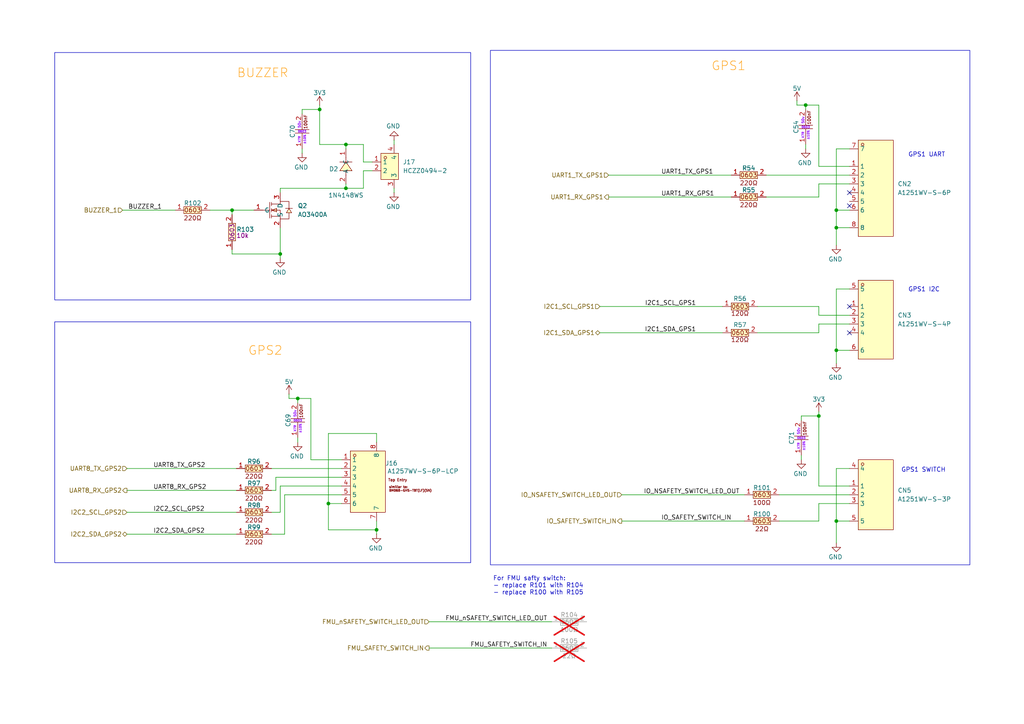
<source format=kicad_sch>
(kicad_sch (version 20250114) (generator "eeschema") (generator_version "9.0")
  (paper "A4")
  (lib_symbols
    (symbol "easyeda2kicad:0603WAF1002T5E" (pin_names (hide yes))
      (property "Reference" "R" (at 0 5.08 0))
      (property "Value" "0603WAF1002T5E" (at 0 -5.08 0))
      (symbol "0603WAF1002T5E_0_1"
        (rectangle (start -2.54 1.02) (end 2.54 -1.02) (fill (type background)))
        (pin input line (at -5.08 0 0) (length 2.54) (name "1") (number "1"))
        (pin input line (at 5.08 0 180) (length 2.54) (name "2") (number "2"))
      )
    )
    (symbol "lampelKicadLIB:0603WAF1000T5E (100ohm , 0603)"
      (property "Reference" "R" (at 0 2.032 0))
      (symbol "0603WAF1000T5E (100ohm , 0603)_0_1"
        (rectangle (start -2.54 1.02) (end 2.54 -1.02) (fill (type background)))
        (pin input line (at -5.08 0 0) (length 2.54) (name "") (number "1"))
        (pin input line (at 5.08 0 180) (length 2.54) (name "") (number "2"))
      )
      (symbol "0603WAF1000T5E (100ohm , 0603)_1_1"
        (text "0603" (at 0 0 0) (effects (font (size 1.27 1.27))))
        (text "100Ω" (at 0 -2.286 0) (effects (font (size 1.27 1.27))))
      )
    )
    (symbol "lampelKicadLIB:0603WAF1200T5E (120ohm,0603)"
      (property "Reference" "R" (at 0 2.286 0))
      (symbol "0603WAF1200T5E (120ohm,0603)_0_1"
        (rectangle (start -2.54 1.02) (end 2.54 -1.02) (fill (type background)))
        (pin input line (at -5.08 0 0) (length 2.54) (name "") (number "1"))
        (pin input line (at 5.08 0 180) (length 2.54) (name "") (number "2"))
      )
      (symbol "0603WAF1200T5E (120ohm,0603)_1_1"
        (text "0603" (at 0 0 0) (effects (font (size 1.27 1.27))))
        (text "120Ω" (at 0 -2.032 0) (effects (font (size 1.27 1.27))))
      )
    )
    (symbol "lampelKicadLIB:0603WAF2200T5E (220ohm  , 0603)"
      (property "Reference" "R" (at 0 2.032 0))
      (symbol "0603WAF2200T5E (220ohm  , 0603)_0_1"
        (rectangle (start -2.54 1.02) (end 2.54 -1.02) (fill (type background)))
        (pin input line (at -5.08 0 0) (length 2.54) (name "") (number "1"))
        (pin input line (at 5.08 0 180) (length 2.54) (name "") (number "2"))
      )
      (symbol "0603WAF2200T5E (220ohm  , 0603)_1_1"
        (text "0603" (at 0 0 0) (effects (font (size 1.27 1.27))))
        (text "220Ω" (at 0 -2.286 0) (effects (font (size 1.27 1.27))))
      )
    )
    (symbol "lampelKicadLIB:0603WAF220JT5E (22ohm , 0603)"
      (property "Reference" "R" (at 0 2.032 0))
      (symbol "0603WAF220JT5E (22ohm , 0603)_0_1"
        (rectangle (start -2.54 1.02) (end 2.54 -1.02) (fill (type background)))
        (pin input line (at -5.08 0 0) (length 2.54) (name "") (number "1"))
        (pin input line (at 5.08 0 180) (length 2.54) (name "") (number "2"))
      )
      (symbol "0603WAF220JT5E (22ohm , 0603)_1_1"
        (text "0603" (at 0 0 0) (effects (font (size 1.27 1.27))))
        (text "22Ω" (at 0 -2.286 0) (effects (font (size 1.27 1.27))))
      )
    )
    (symbol "lampelKicadLIB:1N4148WS_C917117"
      (property "Reference" "D" (at 0 5.08 0))
      (property "Value" "1N4148WS_C917117" (at 0 -5.08 0))
      (symbol "1N4148WS_C917117_0_1"
        (polyline (pts (xy -1.27 1.78) (xy -1.27 -1.78)))
        (polyline (pts (xy -1.27 0) (xy -2.54 0)))
        (polyline (pts (xy 1.27 1.78) (xy -1.27 0) (xy 1.27 -1.78) (xy 1.27 1.78)) (fill (type background)))
        (polyline (pts (xy 2.54 0) (xy 1.27 0)))
        (pin unspecified line (at -5.08 0 0) (length 2.54) (name "C") (number "1"))
        (pin unspecified line (at 5.08 0 180) (length 2.54) (name "A") (number "2"))
      )
    )
    (symbol "lampelKicadLIB:A1251WV-S-3P"
      (property "Reference" "CN" (at 0 12.7 0))
      (property "Value" "A1251WV-S-3P" (at 0 -12.7 0))
      (symbol "A1251WV-S-3P_0_1"
        (rectangle (start -3.81 10.16) (end 6.35 -10.16) (fill (type background)))
        (circle (center -2.54 8.89) (radius 0.38))
        (pin unspecified line (at -6.35 7.62 0) (length 2.54) (name "4") (number "4"))
        (pin unspecified line (at -6.35 2.54 0) (length 2.54) (name "1") (number "1"))
        (pin unspecified line (at -6.35 0 0) (length 2.54) (name "2") (number "2"))
        (pin unspecified line (at -6.35 -2.54 0) (length 2.54) (name "3") (number "3"))
        (pin unspecified line (at -6.35 -7.62 0) (length 2.54) (name "5") (number "5"))
      )
    )
    (symbol "lampelKicadLIB:A1251WV-S-4P"
      (property "Reference" "CN" (at 0 13.97 0))
      (property "Value" "A1251WV-S-4P" (at 0 -13.97 0))
      (symbol "A1251WV-S-4P_0_1"
        (rectangle (start -3.81 11.43) (end 6.35 -11.43) (fill (type background)))
        (circle (center -2.54 10.16) (radius 0.38))
        (pin unspecified line (at -6.35 8.89 0) (length 2.54) (name "5") (number "5"))
        (pin unspecified line (at -6.35 3.81 0) (length 2.54) (name "1") (number "1"))
        (pin unspecified line (at -6.35 1.27 0) (length 2.54) (name "2") (number "2"))
        (pin unspecified line (at -6.35 -1.27 0) (length 2.54) (name "3") (number "3"))
        (pin unspecified line (at -6.35 -3.81 0) (length 2.54) (name "4") (number "4"))
        (pin unspecified line (at -6.35 -8.89 0) (length 2.54) (name "6") (number "6"))
      )
    )
    (symbol "lampelKicadLIB:A1251WV-S-6P"
      (property "Reference" "CN" (at 0 16.51 0))
      (property "Value" "A1251WV-S-6P" (at 0 -16.51 0))
      (symbol "A1251WV-S-6P_0_1"
        (rectangle (start -3.81 13.97) (end 6.35 -13.97) (fill (type background)))
        (circle (center -2.54 12.7) (radius 0.38))
        (pin unspecified line (at -6.35 11.43 0) (length 2.54) (name "7") (number "7"))
        (pin unspecified line (at -6.35 6.35 0) (length 2.54) (name "1") (number "1"))
        (pin unspecified line (at -6.35 3.81 0) (length 2.54) (name "2") (number "2"))
        (pin unspecified line (at -6.35 1.27 0) (length 2.54) (name "3") (number "3"))
        (pin unspecified line (at -6.35 -1.27 0) (length 2.54) (name "4") (number "4"))
        (pin unspecified line (at -6.35 -3.81 0) (length 2.54) (name "5") (number "5"))
        (pin unspecified line (at -6.35 -6.35 0) (length 2.54) (name "6") (number "6"))
        (pin unspecified line (at -6.35 -11.43 0) (length 2.54) (name "8") (number "8"))
      )
    )
    (symbol "lampelKicadLIB:A1257WV-S-6P-LCP"
      (property "Reference" "J" (at 8.128 5.334 0))
      (property "Value" "A1257WV-S-6P-LCP" (at 17.272 3.048 0))
      (symbol "A1257WV-S-6P-LCP_0_1"
        (rectangle (start -3.81 8.89) (end 6.35 -8.89) (fill (type background)))
        (circle (center -2.54 7.62) (radius 0.38))
        (pin unspecified line (at -6.35 6.35 0) (length 2.54) (name "1") (number "1"))
        (pin unspecified line (at -6.35 3.81 0) (length 2.54) (name "2") (number "2"))
        (pin unspecified line (at -6.35 1.27 0) (length 2.54) (name "3") (number "3"))
        (pin unspecified line (at -6.35 -1.27 0) (length 2.54) (name "4") (number "4"))
        (pin unspecified line (at -6.35 -3.81 0) (length 2.54) (name "5") (number "5"))
        (pin unspecified line (at -6.35 -6.35 0) (length 2.54) (name "6") (number "6"))
        (pin unspecified line (at 3.81 11.43 270) (length 2.54) (name "8") (number "8"))
        (pin unspecified line (at 3.81 -11.43 90) (length 2.54) (name "7") (number "7"))
      )
      (symbol "A1257WV-S-6P-LCP_1_1"
        (text "Top Entry" (at 7.112 0.508 0) (effects (font (size 0.762 0.762)) (justify left)))
        (text "similiar to:\nBM06B-GHS-TBT(LF)(SN)" (at 7.366 -2.032 0) (effects (font (size 0.635 0.635)) (justify left)))
      )
    )
    (symbol "lampelKicadLIB:AO3400A"
      (property "Reference" "Q" (at 0 10.16 0))
      (property "Value" "AO3400A" (at 0 -10.16 0))
      (symbol "AO3400A_0_1"
        (polyline (pts (xy -2.54 0) (xy -0.51 0)))
        (polyline (pts (xy -0.51 2.29) (xy -0.51 -2.29)))
        (polyline (pts (xy 0 2.29) (xy 0 1.27)))
        (polyline (pts (xy 0 1.78) (xy 2.54 1.78) (xy 2.54 2.54) (xy 5.08 2.54) (xy 5.08 0.51)))
        (polyline (pts (xy 0 0) (xy 1.52 -0.51) (xy 1.52 0.51) (xy 0 0)) (fill (type background)))
        (polyline (pts (xy 0 0) (xy 2.54 0) (xy 2.54 -2.54) (xy 5.08 -2.54) (xy 5.08 -0.76)))
        (polyline (pts (xy 0 -0.51) (xy 0 0.51)))
        (polyline (pts (xy 0 -2.29) (xy 0 -1.27)))
        (polyline (pts (xy 2.54 -1.78) (xy 0 -1.78)))
        (polyline (pts (xy 5.08 0.51) (xy 4.32 -0.76) (xy 5.84 -0.76) (xy 5.08 0.51)) (fill (type background)))
        (polyline (pts (xy 6.1 0.51) (xy 5.59 0.51) (xy 4.57 0.51) (xy 4.06 0.51)))
        (pin unspecified line (at -5.08 0 0) (length 2.54) (name "G") (number "1"))
        (pin unspecified line (at 2.54 5.08 270) (length 2.54) (name "D") (number "3"))
        (pin unspecified line (at 2.54 -5.08 90) (length 2.54) (name "S") (number "2"))
      )
    )
    (symbol "lampelKicadLIB:CC0603KRX7R9BB104 (100nf , 0603 ,50v ,X7R)"
      (property "Reference" "C" (at 0 2.794 0))
      (symbol "CC0603KRX7R9BB104 (100nf , 0603 ,50v ,X7R)_0_1"
        (polyline (pts (xy -0.51 0) (xy -2.54 0)))
        (polyline (pts (xy -0.51 -2.03) (xy -0.51 2.03)))
        (polyline (pts (xy 0.51 2.03) (xy 0.51 -2.03)))
        (polyline (pts (xy 2.54 0) (xy 0.51 0)))
        (pin unspecified line (at -5.08 0 0) (length 2.54) (name "") (number "1"))
        (pin unspecified line (at 5.08 0 180) (length 2.54) (name "") (number "2"))
      )
      (symbol "CC0603KRX7R9BB104 (100nf , 0603 ,50v ,X7R)_1_1"
        (text "X7R" (at -2.286 0.762 0) (effects (font (size 0.635 0.635))))
        (text "±10%" (at -2.286 -0.762 0) (effects (font (size 0.635 0.635))))
        (text "0603" (at 0 0 900) (effects (font (size 0.635 0.635))))
        (text "50v" (at 2.032 0.762 0) (effects (font (size 0.762 0.762))))
        (text "100nF" (at 2.794 -1.016 0) (effects (font (size 0.889 0.889))))
      )
    )
    (symbol "lampelKicadLIB:HCZZ0494-2"
      (property "Reference" "U" (at 0 11.43 0))
      (property "Value" "HCZZ0494-2" (at 0 -11.43 0))
      (symbol "HCZZ0494-2_0_1"
        (rectangle (start -2.54 3.81) (end 2.54 -3.81) (fill (type background)))
        (circle (center -1.27 2.54) (radius 0.38))
        (pin unspecified line (at -5.08 1.27 0) (length 2.54) (name "1") (number "1"))
        (pin unspecified line (at -5.08 -1.27 0) (length 2.54) (name "2") (number "2"))
        (pin unspecified line (at 1.27 6.35 270) (length 2.54) (name "4") (number "4"))
        (pin unspecified line (at 1.27 -6.35 90) (length 2.54) (name "3") (number "3"))
      )
    )
    (symbol "power:GND" (power) (pin_numbers (hide yes)) (pin_names (offset 0) (hide yes))
      (property "Value" "GND" (at 0 -3.81 0))
      (symbol "GND_0_1"
        (polyline (pts (xy 0 0) (xy 0 -1.27) (xy 1.27 -1.27) (xy 0 -2.54) (xy -1.27 -1.27) (xy 0 -1.27)))
      )
      (symbol "GND_1_1"
        (pin power_in line (at 0 0 270) (length 0) (name "~") (number "1"))
      )
    )
    (symbol "power:VDD" (power) (pin_numbers (hide yes)) (pin_names (offset 0) (hide yes))
      (property "Value" "VDD" (at 0 3.556 0))
      (symbol "VDD_0_1"
        (polyline (pts (xy -0.762 1.27) (xy 0 2.54)))
        (polyline (pts (xy 0 2.54) (xy 0.762 1.27)))
        (polyline (pts (xy 0 0) (xy 0 2.54)))
      )
      (symbol "VDD_1_1"
        (pin power_in line (at 0 0 90) (length 0) (name "~") (number "1"))
      )
    )
  )
  (rectangle (start 142.24 14.605) (end 281.305 163.83))
  (rectangle (start 15.875 15.24) (end 136.525 86.995))
  (rectangle (start 15.875 93.345) (end 136.525 163.195))
  (text "For FMU safty switch:\n- replace R101 with R104\n- replace R100 with R105" (at 143.002 169.926 0) (effects (font (size 1.27 1.27)) (justify left)))
  (text "GPS1" (at 211.328 19.304 0) (effects (font (size 2.54 2.54))))
  (text "BUZZER" (at 76.2 21.336 0) (effects (font (size 2.54 2.54))))
  (text "GPS2" (at 76.962 101.854 0) (effects (font (size 2.54 2.54))))
  (text "GPS1 UART" (at 263.398 44.958 0) (effects (font (size 1.27 1.27)) (justify left)))
  (text "GPS1 I2C" (at 263.398 84.074 0) (effects (font (size 1.27 1.27)) (justify left)))
  (text "GPS1 SWITCH" (at 261.366 136.398 0) (effects (font (size 1.27 1.27)) (justify left)))
  (junction (at 242.57 101.6))
  (junction (at 100.33 54.61))
  (junction (at 81.28 73.66))
  (junction (at 242.57 151.13))
  (junction (at 233.68 30.48))
  (junction (at 237.49 120.65))
  (junction (at 92.71 31.75))
  (junction (at 86.36 115.57))
  (junction (at 67.31 60.96))
  (junction (at 242.57 66.04))
  (junction (at 242.57 60.96))
  (junction (at 100.33 41.91))
  (junction (at 95.25 146.05))
  (junction (at 109.22 153.67))
  (no_connect (at 246.38 55.88))
  (no_connect (at 246.38 96.52))
  (no_connect (at 246.38 88.9))
  (no_connect (at 246.38 59.69))
  (wire (pts (xy 231.14 30.48) (xy 233.68 30.48)))
  (wire (pts (xy 237.49 146.05) (xy 237.49 151.13)))
  (wire (pts (xy 60.96 60.96) (xy 67.31 60.96)))
  (wire (pts (xy 109.22 128.27) (xy 109.22 125.73)))
  (wire (pts (xy 246.38 151.13) (xy 242.57 151.13)))
  (wire (pts (xy 242.57 105.41) (xy 242.57 101.6)))
  (wire (pts (xy 35.56 60.96) (xy 50.8 60.96)))
  (wire (pts (xy 67.31 73.66) (xy 81.28 73.66)))
  (wire (pts (xy 80.01 142.24) (xy 78.74 142.24)))
  (wire (pts (xy 90.17 115.57) (xy 90.17 133.35)))
  (wire (pts (xy 100.33 41.91) (xy 100.33 43.18)))
  (wire (pts (xy 95.25 153.67) (xy 109.22 153.67)))
  (wire (pts (xy 105.41 41.91) (xy 105.41 46.99)))
  (wire (pts (xy 36.83 135.89) (xy 68.58 135.89)))
  (wire (pts (xy 81.28 74.93) (xy 81.28 73.66)))
  (wire (pts (xy 82.55 154.94) (xy 82.55 143.51)))
  (wire (pts (xy 233.68 30.48) (xy 233.68 31.75)))
  (wire (pts (xy 109.22 151.13) (xy 109.22 153.67)))
  (wire (pts (xy 109.22 153.67) (xy 109.22 154.94)))
  (wire (pts (xy 105.41 49.53) (xy 107.95 49.53)))
  (wire (pts (xy 92.71 41.91) (xy 100.33 41.91)))
  (wire (pts (xy 237.49 30.48) (xy 237.49 48.26)))
  (wire (pts (xy 80.01 138.43) (xy 99.06 138.43)))
  (wire (pts (xy 237.49 53.34) (xy 246.38 53.34)))
  (wire (pts (xy 80.01 138.43) (xy 80.01 142.24)))
  (wire (pts (xy 114.3 55.88) (xy 114.3 54.61)))
  (wire (pts (xy 114.3 40.64) (xy 114.3 41.91)))
  (wire (pts (xy 237.49 91.44) (xy 246.38 91.44)))
  (wire (pts (xy 233.68 41.91) (xy 233.68 43.18)))
  (wire (pts (xy 237.49 93.98) (xy 246.38 93.98)))
  (wire (pts (xy 219.71 96.52) (xy 237.49 96.52)))
  (wire (pts (xy 100.33 53.34) (xy 100.33 54.61)))
  (wire (pts (xy 109.22 125.73) (xy 95.25 125.73)))
  (wire (pts (xy 87.63 31.75) (xy 87.63 33.02)))
  (wire (pts (xy 222.25 57.15) (xy 237.49 57.15)))
  (wire (pts (xy 78.74 148.59) (xy 81.28 148.59)))
  (wire (pts (xy 92.71 31.75) (xy 92.71 41.91)))
  (wire (pts (xy 100.33 54.61) (xy 105.41 54.61)))
  (wire (pts (xy 242.57 66.04) (xy 242.57 60.96)))
  (wire (pts (xy 83.82 114.3) (xy 83.82 115.57)))
  (wire (pts (xy 92.71 31.75) (xy 92.71 30.48)))
  (wire (pts (xy 173.99 88.9) (xy 209.55 88.9)))
  (wire (pts (xy 226.06 151.13) (xy 237.49 151.13)))
  (wire (pts (xy 246.38 83.82) (xy 242.57 83.82)))
  (wire (pts (xy 82.55 143.51) (xy 99.06 143.51)))
  (wire (pts (xy 233.68 30.48) (xy 237.49 30.48)))
  (wire (pts (xy 81.28 73.66) (xy 81.28 66.04)))
  (wire (pts (xy 176.53 57.15) (xy 212.09 57.15)))
  (wire (pts (xy 231.14 29.21) (xy 231.14 30.48)))
  (wire (pts (xy 222.25 50.8) (xy 246.38 50.8)))
  (wire (pts (xy 105.41 46.99) (xy 107.95 46.99)))
  (wire (pts (xy 237.49 120.65) (xy 237.49 140.97)))
  (wire (pts (xy 67.31 72.39) (xy 67.31 73.66)))
  (wire (pts (xy 237.49 57.15) (xy 237.49 53.34)))
  (wire (pts (xy 242.57 151.13) (xy 242.57 157.48)))
  (wire (pts (xy 180.34 143.51) (xy 215.9 143.51)))
  (wire (pts (xy 67.31 60.96) (xy 67.31 62.23)))
  (wire (pts (xy 232.41 133.35) (xy 232.41 132.08)))
  (wire (pts (xy 36.83 148.59) (xy 68.58 148.59)))
  (wire (pts (xy 237.49 120.65) (xy 232.41 120.65)))
  (wire (pts (xy 232.41 120.65) (xy 232.41 121.92)))
  (wire (pts (xy 81.28 140.97) (xy 81.28 148.59)))
  (wire (pts (xy 95.25 146.05) (xy 95.25 153.67)))
  (wire (pts (xy 78.74 135.89) (xy 99.06 135.89)))
  (wire (pts (xy 237.49 88.9) (xy 237.49 91.44)))
  (wire (pts (xy 90.17 133.35) (xy 99.06 133.35)))
  (wire (pts (xy 246.38 135.89) (xy 242.57 135.89)))
  (wire (pts (xy 86.36 115.57) (xy 90.17 115.57)))
  (wire (pts (xy 173.99 96.52) (xy 209.55 96.52)))
  (wire (pts (xy 226.06 143.51) (xy 246.38 143.51)))
  (wire (pts (xy 246.38 146.05) (xy 237.49 146.05)))
  (wire (pts (xy 95.25 146.05) (xy 99.06 146.05)))
  (wire (pts (xy 237.49 48.26) (xy 246.38 48.26)))
  (wire (pts (xy 242.57 101.6) (xy 246.38 101.6)))
  (wire (pts (xy 36.83 142.24) (xy 68.58 142.24)))
  (wire (pts (xy 73.66 60.96) (xy 67.31 60.96)))
  (wire (pts (xy 86.36 127) (xy 86.36 128.27)))
  (wire (pts (xy 81.28 140.97) (xy 99.06 140.97)))
  (wire (pts (xy 246.38 43.18) (xy 242.57 43.18)))
  (wire (pts (xy 237.49 120.65) (xy 237.49 119.38)))
  (wire (pts (xy 83.82 115.57) (xy 86.36 115.57)))
  (wire (pts (xy 242.57 60.96) (xy 246.38 60.96)))
  (wire (pts (xy 176.53 50.8) (xy 212.09 50.8)))
  (wire (pts (xy 87.63 44.45) (xy 87.63 43.18)))
  (wire (pts (xy 92.71 31.75) (xy 87.63 31.75)))
  (wire (pts (xy 36.83 154.94) (xy 68.58 154.94)))
  (wire (pts (xy 86.36 115.57) (xy 86.36 116.84)))
  (wire (pts (xy 242.57 135.89) (xy 242.57 151.13)))
  (wire (pts (xy 219.71 88.9) (xy 237.49 88.9)))
  (wire (pts (xy 246.38 140.97) (xy 237.49 140.97)))
  (wire (pts (xy 81.28 55.88) (xy 81.28 54.61)))
  (wire (pts (xy 242.57 66.04) (xy 246.38 66.04)))
  (wire (pts (xy 124.46 187.96) (xy 160.02 187.96)))
  (wire (pts (xy 242.57 83.82) (xy 242.57 101.6)))
  (wire (pts (xy 100.33 41.91) (xy 105.41 41.91)))
  (wire (pts (xy 95.25 125.73) (xy 95.25 146.05)))
  (wire (pts (xy 237.49 96.52) (xy 237.49 93.98)))
  (wire (pts (xy 81.28 54.61) (xy 100.33 54.61)))
  (wire (pts (xy 105.41 54.61) (xy 105.41 49.53)))
  (wire (pts (xy 78.74 154.94) (xy 82.55 154.94)))
  (wire (pts (xy 242.57 43.18) (xy 242.57 60.96)))
  (wire (pts (xy 180.34 151.13) (xy 215.9 151.13)))
  (wire (pts (xy 124.46 180.34) (xy 160.02 180.34)))
  (wire (pts (xy 242.57 71.12) (xy 242.57 66.04)))
  (label "I2C2_SDA_GPS2" (at 44.45 154.94 0))
  (label "UART1_RX_GPS1" (at 191.77 57.15 0))
  (label "UART1_TX_GPS1" (at 191.77 50.8 0))
  (label "I2C1_SCL_GPS1" (at 201.93 88.9 180))
  (label "FMU_SAFETY_SWITCH_IN" (at 158.75 187.96 180))
  (label "BUZZER_1" (at 46.99 60.96 180))
  (label "FMU_nSAFETY_SWITCH_LED_OUT" (at 158.75 180.34 180))
  (label "UART8_TX_GPS2" (at 44.45 135.89 0))
  (label "I2C1_SDA_GPS1" (at 201.93 96.52 180))
  (label "UART8_RX_GPS2" (at 44.45 142.24 0))
  (label "IO_NSAFETY_SWITCH_LED_OUT" (at 186.69 143.51 0))
  (label "IO_SAFETY_SWITCH_IN" (at 191.77 151.13 0))
  (label "I2C2_SCL_GPS2" (at 44.45 148.59 0))
  (hierarchical_label "IO_NSAFETY_SWITCH_LED_OUT" (shape input) (at 180.34 143.51 180))
  (hierarchical_label "IO_SAFETY_SWITCH_IN" (shape output) (at 180.34 151.13 180))
  (hierarchical_label "I2C2_SCL_GPS2" (shape input) (at 36.83 148.59 180))
  (hierarchical_label "I2C1_SCL_GPS1" (shape input) (at 173.99 88.9 180))
  (hierarchical_label "UART1_TX_GPS1" (shape input) (at 176.53 50.8 180))
  (hierarchical_label "FMU_SAFETY_SWITCH_IN" (shape output) (at 124.46 187.96 180))
  (hierarchical_label "BUZZER_1" (shape input) (at 35.56 60.96 180))
  (hierarchical_label "UART8_RX_GPS2" (shape output) (at 36.83 142.24 180))
  (hierarchical_label "I2C2_SDA_GPS2" (shape bidirectional) (at 36.83 154.94 180))
  (hierarchical_label "UART1_RX_GPS1" (shape output) (at 176.53 57.15 180))
  (hierarchical_label "FMU_nSAFETY_SWITCH_LED_OUT" (shape input) (at 124.46 180.34 180))
  (hierarchical_label "UART8_TX_GPS2" (shape input) (at 36.83 135.89 180))
  (hierarchical_label "I2C1_SDA_GPS1" (shape bidirectional) (at 173.99 96.52 180))
  (symbol (lib_id "power:GND") (at 109.22 154.94 0) (mirror y) (unit 1)
    (property "Reference" "#PWR0186" (effects (hide yes)))
    (property "Value" "GND" (at 108.966 159.004 0))
    (property "Description" "Power symbol creates a global label with name \"GND\" , ground" (effects (hide yes)))
  )
  (symbol (lib_id "power:GND") (at 242.57 157.48 0) (mirror y) (unit 1)
    (property "Reference" "#PWR0192" (effects (hide yes)))
    (property "Value" "GND" (at 242.316 161.544 0))
    (property "Description" "Power symbol creates a global label with name \"GND\" , ground" (effects (hide yes)))
  )
  (symbol (lib_id "power:VDD") (at 92.71 30.48 0) (unit 1)
    (property "Reference" "#PWR0190" (effects (hide yes)))
    (property "Value" "3V3" (at 92.71 26.924 0))
    (property "Description" "Power symbol creates a global label with name \"VDD\"" (effects (hide yes)))
  )
  (symbol (lib_id "lampelKicadLIB:0603WAF1200T5E (120ohm,0603)") (at 214.63 88.9 0) (unit 1)
    (property "Reference" "R56" (at 214.63 86.614 0))
    (property "Value" "603WAF1200T5E" (effects (hide yes)))
    (property "Footprint" "easyeda2kicad:R0603" (effects (hide yes)))
    (property "Datasheet" "https://lcsc.com/product-detail/Chip-Resistor-Surface-Mount-UniOhm_120R-1200-1_C22787.html" (effects (hide yes)))
    (property "Description" "120Ω ±1% 100mW 0603 Thick Film Resistor" (effects (hide yes)))
    (property "LCSC Part" "C22787" (effects (hide yes)))
  )
  (symbol (lib_id "power:GND") (at 114.3 40.64 180) (unit 1)
    (property "Reference" "#PWR0193" (effects (hide yes)))
    (property "Value" "GND" (at 114.046 36.576 0))
    (property "Description" "Power symbol creates a global label with name \"GND\" , ground" (effects (hide yes)))
  )
  (symbol (lib_id "lampelKicadLIB:A1257WV-S-6P-LCP") (at 105.41 139.7 0) (unit 1)
    (property "Reference" "J16" (at 113.538 134.366 0))
    (property "Value" "A1257WV-S-6P-LCP" (at 122.682 136.652 0))
    (property "Footprint" "easyeda2kicad:CONN-SMD_A1257WV-S-6P" (effects (hide yes)))
    (property "Datasheet" "https://lcsc.com/product-detail/Connectors_Changjiang-Connectors-A1257WV-S-6P_C225122.html" (effects (hide yes)))
    (property "Description" "Connector Header 6 position 1.25mm Pitch" (effects (hide yes)))
    (property "LCSC Part" "C225122" (effects (hide yes)))
  )
  (symbol (lib_id "power:GND") (at 242.57 71.12 0) (mirror y) (unit 1)
    (property "Reference" "#PWR0180" (effects (hide yes)))
    (property "Value" "GND" (at 242.316 75.184 0))
    (property "Description" "Power symbol creates a global label with name \"GND\" , ground" (effects (hide yes)))
  )
  (symbol (lib_id "power:GND") (at 232.41 133.35 0) (mirror y) (unit 1)
    (property "Reference" "#PWR0189" (effects (hide yes)))
    (property "Value" "GND" (at 232.156 137.414 0))
    (property "Description" "Power symbol creates a global label with name \"GND\" , ground" (effects (hide yes)))
  )
  (symbol (lib_id "lampelKicadLIB:0603WAF2200T5E (220ohm  , 0603)") (at 217.17 50.8 0) (unit 1)
    (property "Reference" "R54" (at 217.17 48.768 0))
    (property "Value" "0603WAF2200T5E (220ohm  , 0603)" (effects (hide yes)))
    (property "Footprint" "easyeda2kicad:R0603" (effects (hide yes)))
    (property "Datasheet" "https://lcsc.com/product-detail/Chip-Resistor-Surface-Mount-UniOhm_220R-2200-1_C22962.html" (effects (hide yes)))
    (property "Description" "220Ω ±1% 100mW 0603 Thick Film Resistor" (effects (hide yes)))
    (property "LCSC Part" "C22962" (effects (hide yes)))
  )
  (symbol (lib_id "lampelKicadLIB:CC0603KRX7R9BB104 (100nf , 0603 ,50v ,X7R)") (at 232.41 127 90) (unit 1)
    (property "Reference" "C71" (at 229.616 127 0))
    (property "Value" "CC0603KRX7R9BB104 (100nf , 0603 ,50v ,X7R)" (effects (hide yes)))
    (property "Footprint" "easyeda2kicad:C0603" (effects (hide yes)))
    (property "Datasheet" "https://lcsc.com/product-detail/Multilayer-Ceramic-Capacitors-MLCC-SMD-SMT_100nF-104-10-50V_C14663.html" (effects (hide yes)))
    (property "Description" "100nF ±10% 50V Ceramic Capacitor X7R 0603" (effects (hide yes)))
    (property "LCSC Part" "C14663" (effects (hide yes)))
  )
  (symbol (lib_id "easyeda2kicad:0603WAF1002T5E") (at 67.31 67.31 90) (unit 1)
    (property "Reference" "R103" (at 68.58 66.548 90) (effects (justify right)))
    (property "Value" "0603WAF1002T5E" (effects (hide yes)))
    (property "Footprint" "easyeda2kicad:R0603" (effects (hide yes)))
    (property "Datasheet" "https://lcsc.com/product-detail/Chip-Resistor-Surface-Mount-UniOhm_10KR-1002-1_C25804.html" (effects (hide yes)))
    (property "Description" "10k" (at 70.358 68.326 90))
    (property "LCSC Part" "C25804" (effects (hide yes)))
    (property "Field6" "0603" (at 67.31 67.31 0))
  )
  (symbol (lib_id "lampelKicadLIB:AO3400A") (at 78.74 60.96 0) (unit 1)
    (property "Reference" "Q2" (at 86.36 59.6899 0) (effects (justify left)))
    (property "Value" "AO3400A" (at 86.36 62.2299 0) (effects (justify left)))
    (property "Footprint" "easyeda2kicad:SOT-23-3_L2.9-W1.3-P1.90-LS2.4-BR" (effects (hide yes)))
    (property "Datasheet" "https://www.lcsc.com/product-detail/C20917.html" (effects (hide yes)))
    (property "Description" "N-Channel 30V Surface Mount SOT-23-3L" (effects (hide yes)))
    (property "LCSC Part" "C20917" (effects (hide yes)))
  )
  (symbol (lib_id "lampelKicadLIB:CC0603KRX7R9BB104 (100nf , 0603 ,50v ,X7R)") (at 233.68 36.83 90) (unit 1)
    (property "Reference" "C54" (at 230.886 36.83 0))
    (property "Value" "CC0603KRX7R9BB104 (100nf , 0603 ,50v ,X7R)" (effects (hide yes)))
    (property "Footprint" "easyeda2kicad:C0603" (effects (hide yes)))
    (property "Datasheet" "https://lcsc.com/product-detail/Multilayer-Ceramic-Capacitors-MLCC-SMD-SMT_100nF-104-10-50V_C14663.html" (effects (hide yes)))
    (property "Description" "100nF ±10% 50V Ceramic Capacitor X7R 0603" (effects (hide yes)))
    (property "LCSC Part" "C14663" (effects (hide yes)))
  )
  (symbol (lib_id "lampelKicadLIB:0603WAF2200T5E (220ohm  , 0603)") (at 73.66 135.89 0) (unit 1)
    (property "Reference" "R96" (at 73.66 133.858 0))
    (property "Value" "0603WAF2200T5E (220ohm  , 0603)" (effects (hide yes)))
    (property "Footprint" "easyeda2kicad:R0603" (effects (hide yes)))
    (property "Datasheet" "https://lcsc.com/product-detail/Chip-Resistor-Surface-Mount-UniOhm_220R-2200-1_C22962.html" (effects (hide yes)))
    (property "Description" "220Ω ±1% 100mW 0603 Thick Film Resistor" (effects (hide yes)))
    (property "LCSC Part" "C22962" (effects (hide yes)))
  )
  (symbol (lib_id "lampelKicadLIB:0603WAF2200T5E (220ohm  , 0603)") (at 73.66 148.59 0) (unit 1)
    (property "Reference" "R98" (at 73.66 146.558 0))
    (property "Value" "0603WAF2200T5E (220ohm  , 0603)" (effects (hide yes)))
    (property "Footprint" "easyeda2kicad:R0603" (effects (hide yes)))
    (property "Datasheet" "https://lcsc.com/product-detail/Chip-Resistor-Surface-Mount-UniOhm_220R-2200-1_C22962.html" (effects (hide yes)))
    (property "Description" "220Ω ±1% 100mW 0603 Thick Film Resistor" (effects (hide yes)))
    (property "LCSC Part" "C22962" (effects (hide yes)))
  )
  (symbol (lib_id "power:GND") (at 81.28 74.93 0) (mirror y) (unit 1)
    (property "Reference" "#PWR0187" (effects (hide yes)))
    (property "Value" "GND" (at 81.026 78.994 0))
    (property "Description" "Power symbol creates a global label with name \"GND\" , ground" (effects (hide yes)))
  )
  (symbol (lib_id "lampelKicadLIB:0603WAF1200T5E (120ohm,0603)") (at 214.63 96.52 0) (unit 1)
    (property "Reference" "R57" (at 214.63 94.234 0))
    (property "Value" "603WAF1200T5E" (effects (hide yes)))
    (property "Footprint" "easyeda2kicad:R0603" (effects (hide yes)))
    (property "Datasheet" "https://lcsc.com/product-detail/Chip-Resistor-Surface-Mount-UniOhm_120R-1200-1_C22787.html" (effects (hide yes)))
    (property "Description" "120Ω ±1% 100mW 0603 Thick Film Resistor" (effects (hide yes)))
    (property "LCSC Part" "C22787" (effects (hide yes)))
  )
  (symbol (lib_id "lampelKicadLIB:0603WAF1000T5E (100ohm , 0603)") (at 220.98 143.51 0) (unit 1)
    (property "Reference" "R101" (at 220.98 141.478 0))
    (property "Value" "603WAF1000T5E (100ohm , 0603)" (effects (hide yes)))
    (property "Footprint" "easyeda2kicad:R0603" (effects (hide yes)))
    (property "Datasheet" "https://lcsc.com/product-detail/Chip-Resistor-Surface-Mount-UniOhm_100R-1000-1_C22775.html" (effects (hide yes)))
    (property "Description" "100Ω ±1% 100mW 0603 Thick Film Resistor" (effects (hide yes)))
    (property "LCSC Part" "C22775" (effects (hide yes)))
  )
  (symbol (lib_id "lampelKicadLIB:A1251WV-S-3P") (at 252.73 143.51 0) (unit 1)
    (property "Reference" "CN5" (at 260.35 142.2399 0) (effects (justify left)))
    (property "Value" "A1251WV-S-3P" (at 260.35 144.7799 0) (effects (justify left)))
    (property "Footprint" "easyeda2kicad:CONN-SMD_3P-P1.25_A1251WV-S-3P" (effects (hide yes)))
    (property "Datasheet" "https://www.lcsc.com/product-detail/C225105.html" (effects (hide yes)))
    (property "Description" "Connector Header 3 position 1.25mm Pitch" (effects (hide yes)))
    (property "LCSC Part" "C225105" (effects (hide yes)))
  )
  (symbol (lib_id "lampelKicadLIB:CC0603KRX7R9BB104 (100nf , 0603 ,50v ,X7R)") (at 86.36 121.92 90) (unit 1)
    (property "Reference" "C69" (at 83.566 121.92 0))
    (property "Value" "CC0603KRX7R9BB104 (100nf , 0603 ,50v ,X7R)" (effects (hide yes)))
    (property "Footprint" "easyeda2kicad:C0603" (effects (hide yes)))
    (property "Datasheet" "https://lcsc.com/product-detail/Multilayer-Ceramic-Capacitors-MLCC-SMD-SMT_100nF-104-10-50V_C14663.html" (effects (hide yes)))
    (property "Description" "100nF ±10% 50V Ceramic Capacitor X7R 0603" (effects (hide yes)))
    (property "LCSC Part" "C14663" (effects (hide yes)))
  )
  (symbol (lib_id "power:VDD") (at 83.82 114.3 0) (mirror y) (unit 1)
    (property "Reference" "#PWR0131" (effects (hide yes)))
    (property "Value" "5V" (at 83.82 110.744 0))
    (property "Description" "Power symbol creates a global label with name \"VDD\"" (effects (hide yes)))
  )
  (symbol (lib_id "lampelKicadLIB:HCZZ0494-2") (at 113.03 48.26 0) (unit 1)
    (property "Reference" "J17" (at 116.84 46.9899 0) (effects (justify left)))
    (property "Value" "HCZZ0494-2" (at 116.84 49.5299 0) (effects (justify left)))
    (property "Footprint" "easyeda2kicad:CONN-SMD_HCZZ0494-2" (effects (hide yes)))
    (property "Datasheet" "https://www.lcsc.com/product-detail/C7433498.html" (effects (hide yes)))
    (property "Description" "Connector Header 2 position 1.25mm Pitch 1A Surface Mount,Vertical -25℃~+85℃" (effects (hide yes)))
    (property "LCSC Part" "C7433498" (effects (hide yes)))
  )
  (symbol (lib_id "lampelKicadLIB:0603WAF2200T5E (220ohm  , 0603)") (at 55.88 60.96 0) (unit 1)
    (property "Reference" "R102" (at 55.88 58.928 0))
    (property "Value" "0603WAF2200T5E (220ohm  , 0603)" (effects (hide yes)))
    (property "Footprint" "easyeda2kicad:R0603" (effects (hide yes)))
    (property "Datasheet" "https://lcsc.com/product-detail/Chip-Resistor-Surface-Mount-UniOhm_220R-2200-1_C22962.html" (effects (hide yes)))
    (property "Description" "220Ω ±1% 100mW 0603 Thick Film Resistor" (effects (hide yes)))
    (property "LCSC Part" "C22962" (effects (hide yes)))
  )
  (symbol (lib_id "lampelKicadLIB:A1251WV-S-6P") (at 252.73 54.61 0) (unit 1)
    (property "Reference" "CN2" (at 260.35 53.3399 0) (effects (justify left)))
    (property "Value" "A1251WV-S-6P" (at 260.35 55.8799 0) (effects (justify left)))
    (property "Footprint" "easyeda2kicad:CONN-SMD_6P-P1.25_A1251WV-S-6P" (effects (hide yes)))
    (property "Datasheet" "https://www.lcsc.com/product-detail/C225108.html" (effects (hide yes)))
    (property "Description" "Connector Header 6 position 1.25mm Pitch" (effects (hide yes)))
    (property "LCSC Part" "C225108" (effects (hide yes)))
  )
  (symbol (lib_id "lampelKicadLIB:0603WAF220JT5E (22ohm , 0603)") (at 220.98 151.13 0) (unit 1)
    (property "Reference" "R100" (at 220.98 149.098 0))
    (property "Value" "603WAF220JT5E (22ohm , 0603)" (effects (hide yes)))
    (property "Footprint" "easyeda2kicad:R0603" (effects (hide yes)))
    (property "Datasheet" "https://lcsc.com/product-detail/Chip-Resistor-Surface-Mount-UniOhm_22R-22R0-1_C23345.html" (effects (hide yes)))
    (property "Description" "22Ω ±1% 100mW 0603 Thick Film Resistor" (effects (hide yes)))
    (property "LCSC Part" "C23345" (effects (hide yes)))
  )
  (symbol (lib_id "lampelKicadLIB:A1251WV-S-4P") (at 252.73 92.71 0) (unit 1)
    (property "Reference" "CN3" (at 260.35 91.4399 0) (effects (justify left)))
    (property "Value" "A1251WV-S-4P" (at 260.35 93.9799 0) (effects (justify left)))
    (property "Footprint" "easyeda2kicad:CONN-SMD_4P-P1.25_A1251WV-S-4P" (effects (hide yes)))
    (property "Datasheet" "https://www.lcsc.com/product-detail/C225106.html" (effects (hide yes)))
    (property "Description" "Connector Header 4 position 1.25mm Pitch" (effects (hide yes)))
    (property "LCSC Part" "C225106" (effects (hide yes)))
  )
  (symbol (lib_id "lampelKicadLIB:0603WAF220JT5E (22ohm , 0603)") (at 165.1 187.96 0) (unit 1) (exclude_from_sim yes) (in_bom no) (dnp yes)
    (property "Reference" "R105" (at 165.1 185.928 0))
    (property "Value" "603WAF220JT5E (22ohm , 0603)" (effects (hide yes)))
    (property "Footprint" "easyeda2kicad:R0603" (effects (hide yes)))
    (property "Datasheet" "https://lcsc.com/product-detail/Chip-Resistor-Surface-Mount-UniOhm_22R-22R0-1_C23345.html" (effects (hide yes)))
    (property "Description" "22Ω ±1% 100mW 0603 Thick Film Resistor" (effects (hide yes)))
    (property "LCSC Part" "C23345" (effects (hide yes)))
  )
  (symbol (lib_id "power:GND") (at 86.36 128.27 0) (mirror y) (unit 1)
    (property "Reference" "#PWR0185" (effects (hide yes)))
    (property "Value" "GND" (at 86.106 132.334 0))
    (property "Description" "Power symbol creates a global label with name \"GND\" , ground" (effects (hide yes)))
  )
  (symbol (lib_id "power:GND") (at 114.3 55.88 0) (mirror y) (unit 1)
    (property "Reference" "#PWR0194" (effects (hide yes)))
    (property "Value" "GND" (at 114.046 59.944 0))
    (property "Description" "Power symbol creates a global label with name \"GND\" , ground" (effects (hide yes)))
  )
  (symbol (lib_id "lampelKicadLIB:1N4148WS_C917117") (at 100.33 48.26 90) (mirror x) (unit 1)
    (property "Reference" "D2" (at 96.774 49.022 90))
    (property "Value" "1N4148WS" (at 100.33 56.642 90))
    (property "Footprint" "easyeda2kicad:SOD-323_L1.8-W1.3-LS2.5-RD" (effects (hide yes)))
    (property "Datasheet" "https://www.lcsc.com/product-detail/C917117.html" (effects (hide yes)))
    (property "Description" "Diode Independent 75V 200mA Surface Mount SOD-323" (effects (hide yes)))
    (property "LCSC Part" "C917117" (effects (hide yes)))
  )
  (symbol (lib_id "lampelKicadLIB:0603WAF2200T5E (220ohm  , 0603)") (at 217.17 57.15 0) (unit 1)
    (property "Reference" "R55" (at 217.17 55.118 0))
    (property "Value" "0603WAF2200T5E (220ohm  , 0603)" (effects (hide yes)))
    (property "Footprint" "easyeda2kicad:R0603" (effects (hide yes)))
    (property "Datasheet" "https://lcsc.com/product-detail/Chip-Resistor-Surface-Mount-UniOhm_220R-2200-1_C22962.html" (effects (hide yes)))
    (property "Description" "220Ω ±1% 100mW 0603 Thick Film Resistor" (effects (hide yes)))
    (property "LCSC Part" "C22962" (effects (hide yes)))
  )
  (symbol (lib_id "power:GND") (at 242.57 105.41 0) (mirror y) (unit 1)
    (property "Reference" "#PWR0181" (effects (hide yes)))
    (property "Value" "GND" (at 242.316 109.474 0))
    (property "Description" "Power symbol creates a global label with name \"GND\" , ground" (effects (hide yes)))
  )
  (symbol (lib_id "power:VDD") (at 231.14 29.21 0) (mirror y) (unit 1)
    (property "Reference" "#PWR0129" (effects (hide yes)))
    (property "Value" "5V" (at 231.14 25.654 0))
    (property "Description" "Power symbol creates a global label with name \"VDD\"" (effects (hide yes)))
  )
  (symbol (lib_id "lampelKicadLIB:0603WAF1000T5E (100ohm , 0603)") (at 165.1 180.34 0) (unit 1) (exclude_from_sim yes) (in_bom no) (dnp yes)
    (property "Reference" "R104" (at 165.1 178.308 0))
    (property "Value" "603WAF1000T5E (100ohm , 0603)" (effects (hide yes)))
    (property "Footprint" "easyeda2kicad:R0603" (effects (hide yes)))
    (property "Datasheet" "https://lcsc.com/product-detail/Chip-Resistor-Surface-Mount-UniOhm_100R-1000-1_C22775.html" (effects (hide yes)))
    (property "Description" "100Ω ±1% 100mW 0603 Thick Film Resistor" (effects (hide yes)))
    (property "LCSC Part" "C22775" (effects (hide yes)))
  )
  (symbol (lib_id "lampelKicadLIB:0603WAF2200T5E (220ohm  , 0603)") (at 73.66 154.94 0) (unit 1)
    (property "Reference" "R99" (at 73.66 152.908 0))
    (property "Value" "0603WAF2200T5E (220ohm  , 0603)" (effects (hide yes)))
    (property "Footprint" "easyeda2kicad:R0603" (effects (hide yes)))
    (property "Datasheet" "https://lcsc.com/product-detail/Chip-Resistor-Surface-Mount-UniOhm_220R-2200-1_C22962.html" (effects (hide yes)))
    (property "Description" "220Ω ±1% 100mW 0603 Thick Film Resistor" (effects (hide yes)))
    (property "LCSC Part" "C22962" (effects (hide yes)))
  )
  (symbol (lib_id "lampelKicadLIB:CC0603KRX7R9BB104 (100nf , 0603 ,50v ,X7R)") (at 87.63 38.1 90) (unit 1)
    (property "Reference" "C70" (at 84.836 38.1 0))
    (property "Value" "CC0603KRX7R9BB104 (100nf , 0603 ,50v ,X7R)" (effects (hide yes)))
    (property "Footprint" "easyeda2kicad:C0603" (effects (hide yes)))
    (property "Datasheet" "https://lcsc.com/product-detail/Multilayer-Ceramic-Capacitors-MLCC-SMD-SMT_100nF-104-10-50V_C14663.html" (effects (hide yes)))
    (property "Description" "100nF ±10% 50V Ceramic Capacitor X7R 0603" (effects (hide yes)))
    (property "LCSC Part" "C14663" (effects (hide yes)))
  )
  (symbol (lib_id "power:GND") (at 233.68 43.18 0) (mirror y) (unit 1)
    (property "Reference" "#PWR0130" (effects (hide yes)))
    (property "Value" "GND" (at 233.426 47.244 0))
    (property "Description" "Power symbol creates a global label with name \"GND\" , ground" (effects (hide yes)))
  )
  (symbol (lib_id "power:GND") (at 87.63 44.45 0) (mirror y) (unit 1)
    (property "Reference" "#PWR0188" (effects (hide yes)))
    (property "Value" "GND" (at 87.376 48.514 0))
    (property "Description" "Power symbol creates a global label with name \"GND\" , ground" (effects (hide yes)))
  )
  (symbol (lib_id "power:VDD") (at 237.49 119.38 0) (unit 1)
    (property "Reference" "#PWR0191" (effects (hide yes)))
    (property "Value" "3V3" (at 237.49 115.824 0))
    (property "Description" "Power symbol creates a global label with name \"VDD\"" (effects (hide yes)))
  )
  (symbol (lib_id "lampelKicadLIB:0603WAF2200T5E (220ohm  , 0603)") (at 73.66 142.24 0) (unit 1)
    (property "Reference" "R97" (at 73.66 140.208 0))
    (property "Value" "0603WAF2200T5E (220ohm  , 0603)" (effects (hide yes)))
    (property "Footprint" "easyeda2kicad:R0603" (effects (hide yes)))
    (property "Datasheet" "https://lcsc.com/product-detail/Chip-Resistor-Surface-Mount-UniOhm_220R-2200-1_C22962.html" (effects (hide yes)))
    (property "Description" "220Ω ±1% 100mW 0603 Thick Film Resistor" (effects (hide yes)))
    (property "LCSC Part" "C22962" (effects (hide yes)))
  )
)
</source>
